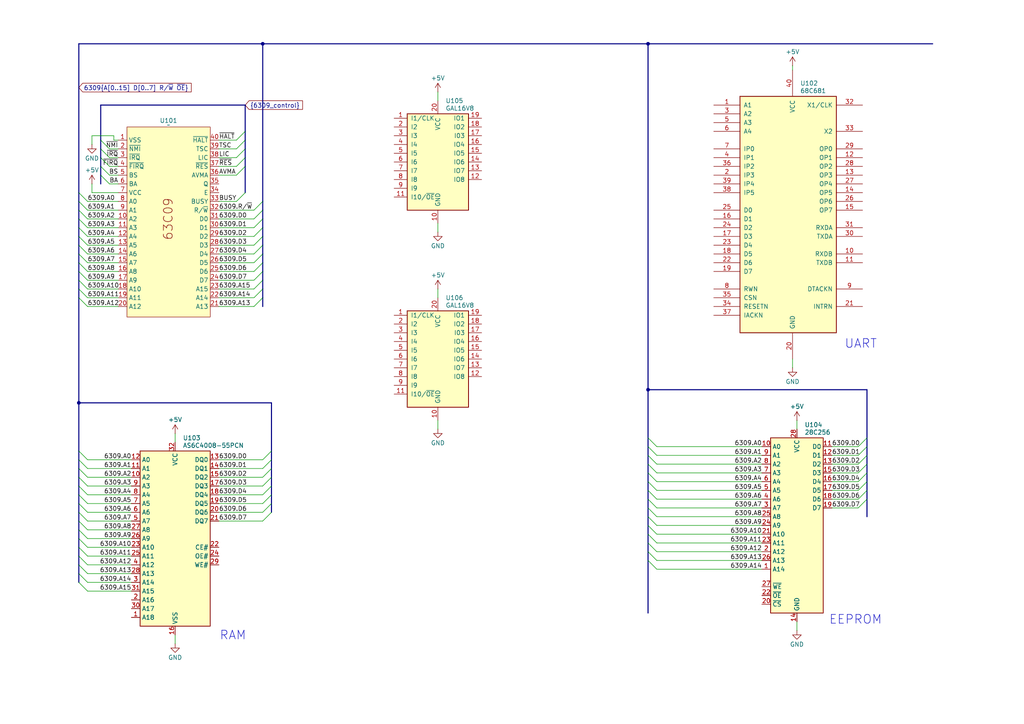
<source format=kicad_sch>
(kicad_sch (version 20231120) (generator "eeschema") (generator_version "8.0")
  (paper "A4")
  (title_block (title "frzn.63oh9") (date "2024-09-22") (rev "0.0.1") (comment 1 "A.M. Rowsell"))
  (lib_symbols
    (symbol "Interface_UART:68C681" (pin_names (offset 1.016))
      (property "Reference" "U" (at -1.27 2.54 0))
      (property "Value" "68C681" (at -1.27 -2.54 0))
      (symbol "68C681_0_1"
        (rectangle (start -15.24 -33.02) (end 12.7 35.56) (stroke (width 0.254)) (fill (type background)))
      )
      (symbol "68C681_1_1"
        (pin input line (at -22.86 33.02 0) (length 7.62) (name "A1") (number "1"))
        (pin input line (at 20.32 -10.16 180) (length 7.62) (name "RXDB") (number "10"))
        (pin output line (at 20.32 -12.7 180) (length 7.62) (name "TXDB") (number "11"))
        (pin output line (at 20.32 17.78 180) (length 7.62) (name "OP1") (number "12"))
        (pin output line (at 20.32 12.7 180) (length 7.62) (name "OP3") (number "13"))
        (pin output line (at 20.32 7.62 180) (length 7.62) (name "OP5") (number "14"))
        (pin output line (at 20.32 2.54 180) (length 7.62) (name "OP7") (number "15"))
        (pin input line (at -22.86 0 0) (length 7.62) (name "D1") (number "16"))
        (pin input line (at -22.86 -5.08 0) (length 7.62) (name "D3") (number "17"))
        (pin input line (at -22.86 -10.16 0) (length 7.62) (name "D5") (number "18"))
        (pin input line (at -22.86 -15.24 0) (length 7.62) (name "D7") (number "19"))
        (pin input line (at -22.86 12.7 0) (length 7.62) (name "IP3") (number "2"))
        (pin power_in line (at 0 -40.64 90) (length 7.62) (name "GND") (number "20"))
        (pin output line (at 20.32 -25.4 180) (length 7.62) (name "INTRN") (number "21"))
        (pin input line (at -22.86 -12.7 0) (length 7.62) (name "D6") (number "22"))
        (pin input line (at -22.86 -7.62 0) (length 7.62) (name "D4") (number "23"))
        (pin input line (at -22.86 -2.54 0) (length 7.62) (name "D2") (number "24"))
        (pin input line (at -22.86 2.54 0) (length 7.62) (name "D0") (number "25"))
        (pin output line (at 20.32 5.08 180) (length 7.62) (name "OP6") (number "26"))
        (pin output line (at 20.32 10.16 180) (length 7.62) (name "OP4") (number "27"))
        (pin output line (at 20.32 15.24 180) (length 7.62) (name "OP2") (number "28"))
        (pin output line (at 20.32 20.32 180) (length 7.62) (name "OP0") (number "29"))
        (pin input line (at -22.86 30.48 0) (length 7.62) (name "A2") (number "3"))
        (pin output line (at 20.32 -5.08 180) (length 7.62) (name "TXDA") (number "30"))
        (pin input line (at 20.32 -2.54 180) (length 7.62) (name "RXDA") (number "31"))
        (pin input line (at 20.32 33.02 180) (length 7.62) (name "X1/CLK") (number "32"))
        (pin output line (at 20.32 25.4 180) (length 7.62) (name "X2") (number "33"))
        (pin input line (at -22.86 -25.4 0) (length 7.62) (name "RESETN") (number "34"))
        (pin input line (at -22.86 -22.86 0) (length 7.62) (name "CSN") (number "35"))
        (pin input line (at -22.86 15.24 0) (length 7.62) (name "IP2") (number "36"))
        (pin input line (at -22.86 -27.94 0) (length 7.62) (name "IACKN") (number "37"))
        (pin input line (at -22.86 7.62 0) (length 7.62) (name "IP5") (number "38"))
        (pin input line (at -22.86 10.16 0) (length 7.62) (name "IP4") (number "39"))
        (pin input line (at -22.86 17.78 0) (length 7.62) (name "IP1") (number "4"))
        (pin power_in line (at 0 43.18 270) (length 7.62) (name "VCC") (number "40"))
        (pin input line (at -22.86 27.94 0) (length 7.62) (name "A3") (number "5"))
        (pin input line (at -22.86 25.4 0) (length 7.62) (name "A4") (number "6"))
        (pin input line (at -22.86 20.32 0) (length 7.62) (name "IP0") (number "7"))
        (pin input line (at -22.86 -20.32 0) (length 7.62) (name "RWN") (number "8"))
        (pin output line (at 20.32 -20.32 180) (length 7.62) (name "DTACKN") (number "9"))
      )
    )
    (symbol "Logic_Programmable:GAL16V8" (pin_names (offset 1.016))
      (property "Reference" "U" (at -8.89 16.51 0))
      (property "Value" "GAL16V8" (at 1.27 16.51 0))
      (symbol "GAL16V8_0_0"
        (pin power_in line (at 0 -17.78 90) (length 3.81) (name "GND") (number "10"))
        (pin power_in line (at 0 17.78 270) (length 3.81) (name "VCC") (number "20"))
      )
      (symbol "GAL16V8_0_1"
        (rectangle (start -8.89 13.97) (end 8.89 -13.97) (stroke (width 0.254)) (fill (type background)))
      )
      (symbol "GAL16V8_1_1"
        (pin input line (at -12.7 12.7 0) (length 3.81) (name "I1/CLK") (number "1"))
        (pin input line (at -12.7 -10.16 0) (length 3.81) (name "I10/~{OE}") (number "11"))
        (pin tri_state line (at 12.7 -5.08 180) (length 3.81) (name "IO8") (number "12"))
        (pin tri_state line (at 12.7 -2.54 180) (length 3.81) (name "IO7") (number "13"))
        (pin tri_state line (at 12.7 0 180) (length 3.81) (name "IO6") (number "14"))
        (pin tri_state line (at 12.7 2.54 180) (length 3.81) (name "IO5") (number "15"))
        (pin tri_state line (at 12.7 5.08 180) (length 3.81) (name "IO4") (number "16"))
        (pin tri_state line (at 12.7 7.62 180) (length 3.81) (name "I03") (number "17"))
        (pin tri_state line (at 12.7 10.16 180) (length 3.81) (name "IO2") (number "18"))
        (pin tri_state line (at 12.7 12.7 180) (length 3.81) (name "IO1") (number "19"))
        (pin input line (at -12.7 10.16 0) (length 3.81) (name "I2") (number "2"))
        (pin input line (at -12.7 7.62 0) (length 3.81) (name "I3") (number "3"))
        (pin input line (at -12.7 5.08 0) (length 3.81) (name "I4") (number "4"))
        (pin input line (at -12.7 2.54 0) (length 3.81) (name "I5") (number "5"))
        (pin input line (at -12.7 0 0) (length 3.81) (name "I6") (number "6"))
        (pin input line (at -12.7 -2.54 0) (length 3.81) (name "I7") (number "7"))
        (pin input line (at -12.7 -5.08 0) (length 3.81) (name "I8") (number "8"))
        (pin input line (at -12.7 -7.62 0) (length 3.81) (name "I9") (number "9"))
      )
    )
    (symbol "Memory_EEPROM:28C256"
      (property "Reference" "U" (at -7.62 26.67 0))
      (property "Value" "28C256" (at 2.54 -26.67 0))
      (symbol "28C256_1_1"
        (rectangle (start -7.62 25.4) (end 7.62 -25.4) (stroke (width 0.254)) (fill (type background)))
        (pin input line (at -10.16 -12.7 0) (length 2.54) (name "A14") (number "1"))
        (pin input line (at -10.16 22.86 0) (length 2.54) (name "A0") (number "10"))
        (pin tri_state line (at 10.16 22.86 180) (length 2.54) (name "D0") (number "11"))
        (pin tri_state line (at 10.16 20.32 180) (length 2.54) (name "D1") (number "12"))
        (pin tri_state line (at 10.16 17.78 180) (length 2.54) (name "D2") (number "13"))
        (pin power_in line (at 0 -27.94 90) (length 2.54) (name "GND") (number "14"))
        (pin tri_state line (at 10.16 15.24 180) (length 2.54) (name "D3") (number "15"))
        (pin tri_state line (at 10.16 12.7 180) (length 2.54) (name "D4") (number "16"))
        (pin tri_state line (at 10.16 10.16 180) (length 2.54) (name "D5") (number "17"))
        (pin tri_state line (at 10.16 7.62 180) (length 2.54) (name "D6") (number "18"))
        (pin tri_state line (at 10.16 5.08 180) (length 2.54) (name "D7") (number "19"))
        (pin input line (at -10.16 -7.62 0) (length 2.54) (name "A12") (number "2"))
        (pin input line (at -10.16 -22.86 0) (length 2.54) (name "~{CS}") (number "20"))
        (pin input line (at -10.16 -2.54 0) (length 2.54) (name "A10") (number "21"))
        (pin input line (at -10.16 -20.32 0) (length 2.54) (name "~{OE}") (number "22"))
        (pin input line (at -10.16 -5.08 0) (length 2.54) (name "A11") (number "23"))
        (pin input line (at -10.16 0 0) (length 2.54) (name "A9") (number "24"))
        (pin input line (at -10.16 2.54 0) (length 2.54) (name "A8") (number "25"))
        (pin input line (at -10.16 -10.16 0) (length 2.54) (name "A13") (number "26"))
        (pin input line (at -10.16 -17.78 0) (length 2.54) (name "~{WE}") (number "27"))
        (pin power_in line (at 0 27.94 270) (length 2.54) (name "VCC") (number "28"))
        (pin input line (at -10.16 5.08 0) (length 2.54) (name "A7") (number "3"))
        (pin input line (at -10.16 7.62 0) (length 2.54) (name "A6") (number "4"))
        (pin input line (at -10.16 10.16 0) (length 2.54) (name "A5") (number "5"))
        (pin input line (at -10.16 12.7 0) (length 2.54) (name "A4") (number "6"))
        (pin input line (at -10.16 15.24 0) (length 2.54) (name "A3") (number "7"))
        (pin input line (at -10.16 17.78 0) (length 2.54) (name "A2") (number "8"))
        (pin input line (at -10.16 20.32 0) (length 2.54) (name "A1") (number "9"))
      )
    )
    (symbol "Memory_RAM:AS6C4008-55PCN"
      (property "Reference" "U" (at -10.16 26.035 0))
      (property "Value" "AS6C4008-55PCN" (at 2.54 26.035 0))
      (symbol "AS6C4008-55PCN_0_0"
        (pin power_in line (at 0 -27.94 90) (length 2.54) (name "VSS") (number "16"))
        (pin power_in line (at 0 27.94 270) (length 2.54) (name "VCC") (number "32"))
      )
      (symbol "AS6C4008-55PCN_0_1"
        (rectangle (start -10.16 25.4) (end 10.16 -25.4) (stroke (width 0.254)) (fill (type background)))
      )
      (symbol "AS6C4008-55PCN_1_1"
        (pin input line (at -12.7 -22.86 0) (length 2.54) (name "A18") (number "1"))
        (pin input line (at -12.7 17.78 0) (length 2.54) (name "A2") (number "10"))
        (pin input line (at -12.7 20.32 0) (length 2.54) (name "A1") (number "11"))
        (pin input line (at -12.7 22.86 0) (length 2.54) (name "A0") (number "12"))
        (pin tri_state line (at 12.7 22.86 180) (length 2.54) (name "DQ0") (number "13"))
        (pin tri_state line (at 12.7 20.32 180) (length 2.54) (name "DQ1") (number "14"))
        (pin tri_state line (at 12.7 17.78 180) (length 2.54) (name "DQ2") (number "15"))
        (pin tri_state line (at 12.7 15.24 180) (length 2.54) (name "DQ3") (number "17"))
        (pin tri_state line (at 12.7 12.7 180) (length 2.54) (name "DQ4") (number "18"))
        (pin tri_state line (at 12.7 10.16 180) (length 2.54) (name "DQ5") (number "19"))
        (pin input line (at -12.7 -17.78 0) (length 2.54) (name "A16") (number "2"))
        (pin tri_state line (at 12.7 7.62 180) (length 2.54) (name "DQ6") (number "20"))
        (pin tri_state line (at 12.7 5.08 180) (length 2.54) (name "DQ7") (number "21"))
        (pin input line (at 12.7 -2.54 180) (length 2.54) (name "CE#") (number "22"))
        (pin input line (at -12.7 -2.54 0) (length 2.54) (name "A10") (number "23"))
        (pin input line (at 12.7 -5.08 180) (length 2.54) (name "OE#") (number "24"))
        (pin input line (at -12.7 -5.08 0) (length 2.54) (name "A11") (number "25"))
        (pin input line (at -12.7 0 0) (length 2.54) (name "A9") (number "26"))
        (pin input line (at -12.7 2.54 0) (length 2.54) (name "A8") (number "27"))
        (pin input line (at -12.7 -10.16 0) (length 2.54) (name "A13") (number "28"))
        (pin input line (at 12.7 -7.62 180) (length 2.54) (name "WE#") (number "29"))
        (pin input line (at -12.7 -12.7 0) (length 2.54) (name "A14") (number "3"))
        (pin input line (at -12.7 -20.32 0) (length 2.54) (name "A17") (number "30"))
        (pin input line (at -12.7 -15.24 0) (length 2.54) (name "A15") (number "31"))
        (pin input line (at -12.7 -7.62 0) (length 2.54) (name "A12") (number "4"))
        (pin input line (at -12.7 5.08 0) (length 2.54) (name "A7") (number "5"))
        (pin input line (at -12.7 7.62 0) (length 2.54) (name "A6") (number "6"))
        (pin input line (at -12.7 10.16 0) (length 2.54) (name "A5") (number "7"))
        (pin input line (at -12.7 12.7 0) (length 2.54) (name "A4") (number "8"))
        (pin input line (at -12.7 15.24 0) (length 2.54) (name "A3") (number "9"))
      )
    )
    (symbol "maxlib:63C09"
      (property "Reference" "U" (at -11.176 27.686 0))
      (symbol "63C09_0_0"
        (pin power_in line (at -14.478 22.86 0) (length 2.54) (name "VSS") (number "1"))
      )
      (symbol "63C09_1_1"
        (rectangle (start -11.938 26.67) (end 12.192 -28.448) (fill (type background)))
        (text "63C09" (at 0 0 900) (effects (font (size 2.54 2.54))))
        (pin output line (at -14.478 0 0) (length 2.54) (name "A2") (number "10"))
        (pin output line (at -14.478 -2.54 0) (length 2.54) (name "A3") (number "11"))
        (pin output line (at -14.478 -5.08 0) (length 2.54) (name "A4") (number "12"))
        (pin output line (at -14.478 -7.62 0) (length 2.54) (name "A5") (number "13"))
        (pin output line (at -14.478 -10.16 0) (length 2.54) (name "A6") (number "14"))
        (pin output line (at -14.478 -12.7 0) (length 2.54) (name "A7") (number "15"))
        (pin output line (at -14.478 -15.24 0) (length 2.54) (name "A8") (number "16"))
        (pin output line (at -14.478 -17.78 0) (length 2.54) (name "A9") (number "17"))
        (pin output line (at -14.478 -20.32 0) (length 2.54) (name "A10") (number "18"))
        (pin output line (at -14.478 -22.86 0) (length 2.54) (name "A11") (number "19"))
        (pin input line (at -14.478 20.32 0) (length 2.54) (name "~{NMI}") (number "2"))
        (pin output line (at -14.478 -25.4 0) (length 2.54) (name "A12") (number "20"))
        (pin output line (at 14.732 -25.4 180) (length 2.54) (name "A13") (number "21"))
        (pin output line (at 14.732 -22.86 180) (length 2.54) (name "A14") (number "22"))
        (pin output line (at 14.732 -20.32 180) (length 2.54) (name "A15") (number "23"))
        (pin bidirectional line (at 14.732 -17.78 180) (length 2.54) (name "D7") (number "24"))
        (pin bidirectional line (at 14.732 -15.24 180) (length 2.54) (name "D6") (number "25"))
        (pin bidirectional line (at 14.732 -12.7 180) (length 2.54) (name "D5") (number "26"))
        (pin bidirectional line (at 14.732 -10.16 180) (length 2.54) (name "D4") (number "27"))
        (pin bidirectional line (at 14.732 -7.62 180) (length 2.54) (name "D3") (number "28"))
        (pin bidirectional line (at 14.732 -5.08 180) (length 2.54) (name "D2") (number "29"))
        (pin input line (at -14.478 17.78 0) (length 2.54) (name "~{IRQ}") (number "3"))
        (pin bidirectional line (at 14.732 -2.54 180) (length 2.54) (name "D1") (number "30"))
        (pin bidirectional line (at 14.732 0 180) (length 2.54) (name "D0") (number "31"))
        (pin output line (at 14.732 2.54 180) (length 2.54) (name "R/~{W}") (number "32"))
        (pin output line (at 14.732 5.08 180) (length 2.54) (name "BUSY") (number "33"))
        (pin input line (at 14.732 7.62 180) (length 2.54) (name "E") (number "34"))
        (pin input line (at 14.732 10.16 180) (length 2.54) (name "Q") (number "35"))
        (pin input line (at 14.732 12.7 180) (length 2.54) (name "AVMA") (number "36"))
        (pin input line (at 14.732 15.24 180) (length 2.54) (name "~{RES}") (number "37"))
        (pin input line (at 14.732 17.78 180) (length 2.54) (name "LIC") (number "38"))
        (pin input line (at 14.732 20.32 180) (length 2.54) (name "TSC") (number "39"))
        (pin input line (at -14.478 15.24 0) (length 2.54) (name "~{FIRQ}") (number "4"))
        (pin input line (at 14.732 22.86 180) (length 2.54) (name "~{HALT}") (number "40"))
        (pin input line (at -14.478 12.7 0) (length 2.54) (name "BS") (number "5"))
        (pin input line (at -14.478 10.16 0) (length 2.54) (name "BA") (number "6"))
        (pin power_in line (at -14.478 7.62 0) (length 2.54) (name "VCC") (number "7"))
        (pin output line (at -14.478 5.08 0) (length 2.54) (name "A0") (number "8"))
        (pin output line (at -14.478 2.54 0) (length 2.54) (name "A1") (number "9"))
      )
    )
    (symbol "power:+5V" (power) (pin_numbers hide) (pin_names (offset 0) hide)
      (property "Value" "+5V" (at 0 3.556 0))
      (symbol "+5V_0_1"
        (polyline (pts (xy -0.762 1.27) (xy 0 2.54)))
        (polyline (pts (xy 0 0) (xy 0 2.54)))
        (polyline (pts (xy 0 2.54) (xy 0.762 1.27)))
      )
      (symbol "+5V_1_1"
        (pin power_in line (at 0 0 90) (length 0) (name "~") (number "1"))
      )
    )
    (symbol "power:GND" (power) (pin_numbers hide) (pin_names (offset 0) hide)
      (property "Value" "GND" (at 0 -3.81 0))
      (symbol "GND_0_1"
        (polyline (pts (xy 0 0) (xy 0 -1.27) (xy 1.27 -1.27) (xy 0 -2.54) (xy -1.27 -1.27) (xy 0 -1.27)))
      )
      (symbol "GND_1_1"
        (pin power_in line (at 0 0 270) (length 0) (name "~") (number "1"))
      )
    )
  )
  (bus_alias "6309" (members "A[0..15]" "D[0..7]"))
  (bus_alias "6309_control" (members "BS" "BA" "~{FIRQ}" "~{IRQ}" "~{NMI}" "~{HALT}" "TSC" "LIC" "~{RES}" "AVMA" "BUSY"))
  (junction (at 187.96 12.7))
  (junction (at 22.86 116.84))
  (junction (at 187.96 113.03))
  (junction (at 76.2 12.7))
  (bus_entry (at 29.21 50.8) (size 2.54 2.54))
  (bus_entry (at 187.96 162.56) (size 2.54 2.54))
  (bus_entry (at 22.86 146.05) (size 2.54 2.54))
  (bus_entry (at 187.96 137.16) (size 2.54 2.54))
  (bus_entry (at 78.74 146.05) (size -2.54 2.54))
  (bus_entry (at 22.86 166.37) (size 2.54 2.54))
  (bus_entry (at 22.86 163.83) (size 2.54 2.54))
  (bus_entry (at 78.74 148.59) (size -2.54 2.54))
  (bus_entry (at 22.86 158.75) (size 2.54 2.54))
  (bus_entry (at 76.2 60.96) (size -2.54 2.54))
  (bus_entry (at 76.2 58.42) (size -2.54 2.54))
  (bus_entry (at 22.86 78.74) (size 2.54 2.54))
  (bus_entry (at 29.21 40.64) (size 2.54 2.54))
  (bus_entry (at 22.86 143.51) (size 2.54 2.54))
  (bus_entry (at 76.2 81.28) (size -2.54 2.54))
  (bus_entry (at 22.86 71.12) (size 2.54 2.54))
  (bus_entry (at 22.86 130.81) (size 2.54 2.54))
  (bus_entry (at 78.74 143.51) (size -2.54 2.54))
  (bus_entry (at 187.96 139.7) (size 2.54 2.54))
  (bus_entry (at 29.21 48.26) (size 2.54 2.54))
  (bus_entry (at 78.74 140.97) (size -2.54 2.54))
  (bus_entry (at 22.86 86.36) (size 2.54 2.54))
  (bus_entry (at 76.2 63.5) (size -2.54 2.54))
  (bus_entry (at 78.74 133.35) (size -2.54 2.54))
  (bus_entry (at 22.86 168.91) (size 2.54 2.54))
  (bus_entry (at 251.46 137.16) (size -2.54 2.54))
  (bus_entry (at 251.46 132.08) (size -2.54 2.54))
  (bus_entry (at 78.74 138.43) (size -2.54 2.54))
  (bus_entry (at 78.74 135.89) (size -2.54 2.54))
  (bus_entry (at 76.2 71.12) (size -2.54 2.54))
  (bus_entry (at 251.46 134.62) (size -2.54 2.54))
  (bus_entry (at 187.96 144.78) (size 2.54 2.54))
  (bus_entry (at 187.96 127) (size 2.54 2.54))
  (bus_entry (at 187.96 157.48) (size 2.54 2.54))
  (bus_entry (at 22.86 73.66) (size 2.54 2.54))
  (bus_entry (at 29.21 45.72) (size 2.54 2.54))
  (bus_entry (at 22.86 156.21) (size 2.54 2.54))
  (bus_entry (at 187.96 152.4) (size 2.54 2.54))
  (bus_entry (at 71.12 43.18) (size -2.54 2.54))
  (bus_entry (at 187.96 134.62) (size 2.54 2.54))
  (bus_entry (at 187.96 129.54) (size 2.54 2.54))
  (bus_entry (at 22.86 133.35) (size 2.54 2.54))
  (bus_entry (at 71.12 45.72) (size -2.54 2.54))
  (bus_entry (at 29.21 43.18) (size 2.54 2.54))
  (bus_entry (at 22.86 68.58) (size 2.54 2.54))
  (bus_entry (at 187.96 147.32) (size 2.54 2.54))
  (bus_entry (at 187.96 160.02) (size 2.54 2.54))
  (bus_entry (at 251.46 127) (size -2.54 2.54))
  (bus_entry (at 251.46 142.24) (size -2.54 2.54))
  (bus_entry (at 22.86 140.97) (size 2.54 2.54))
  (bus_entry (at 251.46 129.54) (size -2.54 2.54))
  (bus_entry (at 22.86 63.5) (size 2.54 2.54))
  (bus_entry (at 22.86 135.89) (size 2.54 2.54))
  (bus_entry (at 78.74 130.81) (size -2.54 2.54))
  (bus_entry (at 22.86 81.28) (size 2.54 2.54))
  (bus_entry (at 76.2 86.36) (size -2.54 2.54))
  (bus_entry (at 251.46 144.78) (size -2.54 2.54))
  (bus_entry (at 76.2 78.74) (size -2.54 2.54))
  (bus_entry (at 187.96 132.08) (size 2.54 2.54))
  (bus_entry (at 71.12 48.26) (size -2.54 2.54))
  (bus_entry (at 76.2 83.82) (size -2.54 2.54))
  (bus_entry (at 22.86 58.42) (size 2.54 2.54))
  (bus_entry (at 22.86 153.67) (size 2.54 2.54))
  (bus_entry (at 76.2 68.58) (size -2.54 2.54))
  (bus_entry (at 22.86 151.13) (size 2.54 2.54))
  (bus_entry (at 71.12 55.88) (size -2.54 2.54))
  (bus_entry (at 251.46 139.7) (size -2.54 2.54))
  (bus_entry (at 187.96 154.94) (size 2.54 2.54))
  (bus_entry (at 22.86 138.43) (size 2.54 2.54))
  (bus_entry (at 76.2 73.66) (size -2.54 2.54))
  (bus_entry (at 22.86 60.96) (size 2.54 2.54))
  (bus_entry (at 71.12 38.1) (size -2.54 2.54))
  (bus_entry (at 22.86 148.59) (size 2.54 2.54))
  (bus_entry (at 76.2 76.2) (size -2.54 2.54))
  (bus_entry (at 187.96 149.86) (size 2.54 2.54))
  (bus_entry (at 71.12 40.64) (size -2.54 2.54))
  (bus_entry (at 187.96 142.24) (size 2.54 2.54))
  (bus_entry (at 22.86 76.2) (size 2.54 2.54))
  (bus_entry (at 22.86 66.04) (size 2.54 2.54))
  (bus_entry (at 22.86 83.82) (size 2.54 2.54))
  (bus_entry (at 76.2 66.04) (size -2.54 2.54))
  (bus_entry (at 22.86 55.88) (size 2.54 2.54))
  (bus_entry (at 22.86 161.29) (size 2.54 2.54))
  (bus (pts (xy 187.96 12.7) (xy 270.51 12.7)))
  (bus (pts (xy 22.86 158.75) (xy 22.86 161.29)))
  (bus (pts (xy 22.86 135.89) (xy 22.86 138.43)))
  (wire (pts (xy 25.4 78.74) (xy 34.29 78.74)))
  (bus (pts (xy 251.46 134.62) (xy 251.46 137.16)))
  (wire (pts (xy 25.4 138.43) (xy 38.1 138.43)))
  (wire (pts (xy 25.4 73.66) (xy 34.29 73.66)))
  (bus (pts (xy 187.96 129.54) (xy 187.96 132.08)))
  (bus (pts (xy 76.2 78.74) (xy 76.2 81.28)))
  (bus (pts (xy 29.21 45.72) (xy 29.21 43.18)))
  (wire (pts (xy 50.8 184.15) (xy 50.8 186.69)))
  (wire (pts (xy 241.3 132.08) (xy 248.92 132.08)))
  (bus (pts (xy 76.2 12.7) (xy 76.2 58.42)))
  (wire (pts (xy 63.5 76.2) (xy 73.66 76.2)))
  (bus (pts (xy 251.46 142.24) (xy 251.46 144.78)))
  (wire (pts (xy 25.4 58.42) (xy 34.29 58.42)))
  (bus (pts (xy 76.2 63.5) (xy 76.2 66.04)))
  (bus (pts (xy 76.2 58.42) (xy 76.2 60.96)))
  (wire (pts (xy 26.67 53.34) (xy 26.67 55.88)))
  (bus (pts (xy 251.46 132.08) (xy 251.46 134.62)))
  (bus (pts (xy 187.96 134.62) (xy 187.96 137.16)))
  (bus (pts (xy 187.96 137.16) (xy 187.96 139.7)))
  (bus (pts (xy 22.86 166.37) (xy 22.86 168.91)))
  (wire (pts (xy 50.8 125.73) (xy 50.8 128.27)))
  (wire (pts (xy 63.5 146.05) (xy 76.2 146.05)))
  (bus (pts (xy 22.86 81.28) (xy 22.86 78.74)))
  (bus (pts (xy 251.46 127) (xy 251.46 129.54)))
  (wire (pts (xy 63.5 50.8) (xy 68.58 50.8)))
  (wire (pts (xy 25.4 135.89) (xy 38.1 135.89)))
  (bus (pts (xy 187.96 127) (xy 187.96 129.54)))
  (wire (pts (xy 25.4 60.96) (xy 34.29 60.96)))
  (bus (pts (xy 187.96 12.7) (xy 187.96 113.03)))
  (wire (pts (xy 241.3 129.54) (xy 248.92 129.54)))
  (bus (pts (xy 22.86 130.81) (xy 22.86 133.35)))
  (bus (pts (xy 22.86 71.12) (xy 22.86 68.58)))
  (wire (pts (xy 25.4 168.91) (xy 38.1 168.91)))
  (wire (pts (xy 229.87 104.14) (xy 229.87 106.68)))
  (bus (pts (xy 187.96 113.03) (xy 251.46 113.03)))
  (wire (pts (xy 63.5 66.04) (xy 73.66 66.04)))
  (bus (pts (xy 187.96 113.03) (xy 187.96 127)))
  (bus (pts (xy 78.74 135.89) (xy 78.74 138.43)))
  (bus (pts (xy 22.86 116.84) (xy 22.86 130.81)))
  (wire (pts (xy 25.4 143.51) (xy 38.1 143.51)))
  (wire (pts (xy 241.3 137.16) (xy 248.92 137.16)))
  (wire (pts (xy 190.5 165.1) (xy 220.98 165.1)))
  (bus (pts (xy 22.86 153.67) (xy 22.86 156.21)))
  (wire (pts (xy 25.4 151.13) (xy 38.1 151.13)))
  (bus (pts (xy 22.86 86.36) (xy 22.86 83.82)))
  (wire (pts (xy 63.5 86.36) (xy 73.66 86.36)))
  (wire (pts (xy 25.4 71.12) (xy 34.29 71.12)))
  (wire (pts (xy 63.5 133.35) (xy 76.2 133.35)))
  (bus (pts (xy 22.86 76.2) (xy 22.86 73.66)))
  (wire (pts (xy 25.4 86.36) (xy 34.29 86.36)))
  (wire (pts (xy 25.4 66.04) (xy 34.29 66.04)))
  (bus (pts (xy 22.86 133.35) (xy 22.86 135.89)))
  (wire (pts (xy 127 26.67) (xy 127 29.21)))
  (wire (pts (xy 190.5 137.16) (xy 220.98 137.16)))
  (bus (pts (xy 29.21 53.34) (xy 29.21 50.8)))
  (wire (pts (xy 63.5 68.58) (xy 73.66 68.58)))
  (bus (pts (xy 187.96 139.7) (xy 187.96 142.24)))
  (wire (pts (xy 241.3 142.24) (xy 248.92 142.24)))
  (bus (pts (xy 78.74 133.35) (xy 78.74 135.89)))
  (wire (pts (xy 25.4 148.59) (xy 38.1 148.59)))
  (wire (pts (xy 63.5 45.72) (xy 68.58 45.72)))
  (bus (pts (xy 22.86 156.21) (xy 22.86 158.75)))
  (bus (pts (xy 187.96 157.48) (xy 187.96 160.02)))
  (bus (pts (xy 22.86 63.5) (xy 22.86 60.96)))
  (wire (pts (xy 63.5 71.12) (xy 73.66 71.12)))
  (wire (pts (xy 63.5 40.64) (xy 68.58 40.64)))
  (wire (pts (xy 26.67 55.88) (xy 34.29 55.88)))
  (wire (pts (xy 63.5 81.28) (xy 73.66 81.28)))
  (bus (pts (xy 187.96 132.08) (xy 187.96 134.62)))
  (wire (pts (xy 25.4 163.83) (xy 38.1 163.83)))
  (wire (pts (xy 231.14 121.92) (xy 231.14 124.46)))
  (bus (pts (xy 22.86 138.43) (xy 22.86 140.97)))
  (wire (pts (xy 31.75 45.72) (xy 34.29 45.72)))
  (bus (pts (xy 22.86 83.82) (xy 22.86 81.28)))
  (wire (pts (xy 63.5 140.97) (xy 76.2 140.97)))
  (wire (pts (xy 31.75 50.8) (xy 34.29 50.8)))
  (wire (pts (xy 190.5 162.56) (xy 220.98 162.56)))
  (bus (pts (xy 187.96 154.94) (xy 187.96 157.48)))
  (wire (pts (xy 63.5 88.9) (xy 73.66 88.9)))
  (bus (pts (xy 251.46 129.54) (xy 251.46 132.08)))
  (bus (pts (xy 71.12 43.18) (xy 71.12 45.72)))
  (wire (pts (xy 63.5 58.42) (xy 68.58 58.42)))
  (bus (pts (xy 187.96 142.24) (xy 187.96 144.78)))
  (wire (pts (xy 31.75 53.34) (xy 34.29 53.34)))
  (bus (pts (xy 76.2 81.28) (xy 76.2 83.82)))
  (bus (pts (xy 76.2 83.82) (xy 76.2 86.36)))
  (wire (pts (xy 63.5 78.74) (xy 73.66 78.74)))
  (wire (pts (xy 25.4 146.05) (xy 38.1 146.05)))
  (wire (pts (xy 63.5 83.82) (xy 73.66 83.82)))
  (bus (pts (xy 78.74 143.51) (xy 78.74 146.05)))
  (bus (pts (xy 22.86 146.05) (xy 22.86 148.59)))
  (wire (pts (xy 190.5 132.08) (xy 220.98 132.08)))
  (bus (pts (xy 22.86 143.51) (xy 22.86 146.05)))
  (bus (pts (xy 71.12 45.72) (xy 71.12 48.26)))
  (wire (pts (xy 127 64.77) (xy 127 67.31)))
  (bus (pts (xy 29.21 48.26) (xy 29.21 45.72)))
  (wire (pts (xy 25.4 140.97) (xy 38.1 140.97)))
  (bus (pts (xy 76.2 12.7) (xy 187.96 12.7)))
  (wire (pts (xy 33.02 40.64) (xy 33.02 39.37)))
  (bus (pts (xy 76.2 73.66) (xy 76.2 76.2)))
  (bus (pts (xy 76.2 86.36) (xy 76.2 88.9)))
  (bus (pts (xy 76.2 71.12) (xy 76.2 73.66)))
  (wire (pts (xy 63.5 138.43) (xy 76.2 138.43)))
  (bus (pts (xy 78.74 146.05) (xy 78.74 148.59)))
  (bus (pts (xy 22.86 73.66) (xy 22.86 71.12)))
  (wire (pts (xy 63.5 73.66) (xy 73.66 73.66)))
  (bus (pts (xy 76.2 66.04) (xy 76.2 68.58)))
  (wire (pts (xy 190.5 152.4) (xy 220.98 152.4)))
  (wire (pts (xy 25.4 166.37) (xy 38.1 166.37)))
  (bus (pts (xy 22.86 161.29) (xy 22.86 163.83)))
  (bus (pts (xy 251.46 144.78) (xy 251.46 149.86)))
  (bus (pts (xy 78.74 116.84) (xy 78.74 130.81)))
  (bus (pts (xy 251.46 113.03) (xy 251.46 127)))
  (wire (pts (xy 34.29 40.64) (xy 33.02 40.64)))
  (bus (pts (xy 29.21 30.48) (xy 71.12 30.48)))
  (wire (pts (xy 63.5 143.51) (xy 76.2 143.51)))
  (bus (pts (xy 71.12 40.64) (xy 71.12 43.18)))
  (bus (pts (xy 22.86 116.84) (xy 78.74 116.84)))
  (wire (pts (xy 127 83.82) (xy 127 86.36)))
  (wire (pts (xy 33.02 39.37) (xy 26.67 39.37)))
  (bus (pts (xy 71.12 38.1) (xy 71.12 40.64)))
  (wire (pts (xy 127 121.92) (xy 127 124.46)))
  (wire (pts (xy 26.67 39.37) (xy 26.67 41.91)))
  (bus (pts (xy 78.74 138.43) (xy 78.74 140.97)))
  (bus (pts (xy 22.86 66.04) (xy 22.86 63.5)))
  (wire (pts (xy 241.3 139.7) (xy 248.92 139.7)))
  (wire (pts (xy 25.4 171.45) (xy 38.1 171.45)))
  (wire (pts (xy 25.4 158.75) (xy 38.1 158.75)))
  (bus (pts (xy 22.86 151.13) (xy 22.86 153.67)))
  (wire (pts (xy 190.5 134.62) (xy 220.98 134.62)))
  (bus (pts (xy 76.2 68.58) (xy 76.2 71.12)))
  (wire (pts (xy 63.5 60.96) (xy 73.66 60.96)))
  (bus (pts (xy 71.12 48.26) (xy 71.12 55.88)))
  (wire (pts (xy 25.4 63.5) (xy 34.29 63.5)))
  (bus (pts (xy 251.46 137.16) (xy 251.46 139.7)))
  (bus (pts (xy 187.96 152.4) (xy 187.96 154.94)))
  (bus (pts (xy 22.86 78.74) (xy 22.86 76.2)))
  (bus (pts (xy 76.2 60.96) (xy 76.2 63.5)))
  (wire (pts (xy 25.4 81.28) (xy 34.29 81.28)))
  (bus (pts (xy 71.12 30.48) (xy 71.12 38.1)))
  (bus (pts (xy 22.86 163.83) (xy 22.86 166.37)))
  (wire (pts (xy 25.4 76.2) (xy 34.29 76.2)))
  (bus (pts (xy 22.86 12.7) (xy 22.86 55.88)))
  (wire (pts (xy 190.5 154.94) (xy 220.98 154.94)))
  (wire (pts (xy 229.87 19.05) (xy 229.87 20.32)))
  (wire (pts (xy 25.4 153.67) (xy 38.1 153.67)))
  (wire (pts (xy 190.5 142.24) (xy 220.98 142.24)))
  (wire (pts (xy 63.5 48.26) (xy 68.58 48.26)))
  (wire (pts (xy 241.3 144.78) (xy 248.92 144.78)))
  (bus (pts (xy 251.46 139.7) (xy 251.46 142.24)))
  (bus (pts (xy 29.21 50.8) (xy 29.21 48.26)))
  (bus (pts (xy 22.86 68.58) (xy 22.86 66.04)))
  (wire (pts (xy 25.4 161.29) (xy 38.1 161.29)))
  (wire (pts (xy 31.75 48.26) (xy 34.29 48.26)))
  (bus (pts (xy 187.96 147.32) (xy 187.96 149.86)))
  (bus (pts (xy 22.86 60.96) (xy 22.86 58.42)))
  (bus (pts (xy 29.21 43.18) (xy 29.21 40.64)))
  (wire (pts (xy 190.5 129.54) (xy 220.98 129.54)))
  (wire (pts (xy 31.75 43.18) (xy 34.29 43.18)))
  (bus (pts (xy 22.86 148.59) (xy 22.86 151.13)))
  (bus (pts (xy 187.96 160.02) (xy 187.96 162.56)))
  (bus (pts (xy 76.2 76.2) (xy 76.2 78.74)))
  (wire (pts (xy 63.5 43.18) (xy 68.58 43.18)))
  (wire (pts (xy 231.14 180.34) (xy 231.14 182.88)))
  (wire (pts (xy 63.5 151.13) (xy 76.2 151.13)))
  (bus (pts (xy 78.74 130.81) (xy 78.74 133.35)))
  (wire (pts (xy 63.5 148.59) (xy 76.2 148.59)))
  (bus (pts (xy 187.96 144.78) (xy 187.96 147.32)))
  (wire (pts (xy 241.3 147.32) (xy 248.92 147.32)))
  (wire (pts (xy 190.5 144.78) (xy 220.98 144.78)))
  (bus (pts (xy 22.86 55.88) (xy 22.86 58.42)))
  (bus (pts (xy 22.86 140.97) (xy 22.86 143.51)))
  (bus (pts (xy 22.86 86.36) (xy 22.86 116.84)))
  (wire (pts (xy 190.5 139.7) (xy 220.98 139.7)))
  (wire (pts (xy 190.5 160.02) (xy 220.98 160.02)))
  (wire (pts (xy 25.4 156.21) (xy 38.1 156.21)))
  (bus (pts (xy 22.86 12.7) (xy 76.2 12.7)))
  (bus (pts (xy 29.21 40.64) (xy 29.21 30.48)))
  (wire (pts (xy 25.4 88.9) (xy 34.29 88.9)))
  (wire (pts (xy 25.4 68.58) (xy 34.29 68.58)))
  (wire (pts (xy 241.3 134.62) (xy 248.92 134.62)))
  (wire (pts (xy 190.5 147.32) (xy 220.98 147.32)))
  (bus (pts (xy 187.96 149.86) (xy 187.96 152.4)))
  (wire (pts (xy 190.5 157.48) (xy 220.98 157.48)))
  (wire (pts (xy 190.5 149.86) (xy 220.98 149.86)))
  (bus (pts (xy 187.96 162.56) (xy 187.96 177.8)))
  (wire (pts (xy 25.4 83.82) (xy 34.29 83.82)))
  (bus (pts (xy 78.74 140.97) (xy 78.74 143.51)))
  (wire (pts (xy 25.4 133.35) (xy 38.1 133.35)))
  (wire (pts (xy 63.5 135.89) (xy 76.2 135.89)))
  (wire (pts (xy 63.5 63.5) (xy 73.66 63.5)))
  (text "EEPROM" (at 248.158 179.832 0) (effects (font (size 2.54 2.54))))
  (text "UART" (at 249.682 99.822 0) (effects (font (size 2.54 2.54))))
  (text "RAM" (at 67.564 184.404 0) (effects (font (size 2.54 2.54))))
  (label "BS" (at 34.29 50.8 180))
  (label "6309.A10" (at 25.4 83.82 0))
  (label "6309.D0" (at 63.5 133.35 0))
  (label "6309.D2" (at 241.3 134.62 0))
  (label "~{NMI}" (at 34.29 43.18 180))
  (label "6309.D6" (at 63.5 78.74 0))
  (label "6309.D0" (at 241.3 129.54 0))
  (label "6309.A10" (at 220.98 154.94 180))
  (label "6309.A13" (at 220.98 162.56 180))
  (label "6309.A8" (at 38.1 153.67 180))
  (label "6309.A13" (at 38.1 166.37 180))
  (label "6309.A15" (at 38.1 171.45 180))
  (label "6309.D5" (at 241.3 142.24 0))
  (label "6309.A6" (at 38.1 148.59 180))
  (label "6309.A9" (at 220.98 152.4 180))
  (label "6309.A7" (at 25.4 76.2 0))
  (label "6309.R{slash}~{W}" (at 63.5 60.96 0))
  (label "6309.A12" (at 220.98 160.02 180))
  (label "6309.D2" (at 63.5 138.43 0))
  (label "6309.A7" (at 220.98 147.32 180))
  (label "6309.A6" (at 25.4 73.66 0))
  (label "6309.A0" (at 25.4 58.42 0))
  (label "6309.D3" (at 63.5 140.97 0))
  (label "~{FIRQ}" (at 34.29 48.26 180))
  (label "6309.A11" (at 38.1 161.29 180))
  (label "6309.D4" (at 63.5 73.66 0))
  (label "BUSY" (at 63.5 58.42 0))
  (label "6309.D1" (at 63.5 135.89 0))
  (label "6309.D6" (at 241.3 144.78 0))
  (label "6309.D1" (at 63.5 66.04 0))
  (label "6309.A9" (at 38.1 156.21 180))
  (label "6309.A5" (at 25.4 71.12 0))
  (label "6309.A3" (at 25.4 66.04 0))
  (label "6309.A13" (at 63.5 88.9 0))
  (label "6309.D7" (at 63.5 151.13 0))
  (label "~{HALT}" (at 63.5 40.64 0))
  (label "6309.A1" (at 25.4 60.96 0))
  (label "6309.A5" (at 220.98 142.24 180))
  (label "6309.A14" (at 220.98 165.1 180))
  (label "6309.A12" (at 25.4 88.9 0))
  (label "6309.D0" (at 63.5 63.5 0))
  (label "6309.D5" (at 63.5 76.2 0))
  (label "6309.A0" (at 38.1 133.35 180))
  (label "6309.A8" (at 220.98 149.86 180))
  (label "6309.D6" (at 63.5 148.59 0))
  (label "6309.A7" (at 38.1 151.13 180))
  (label "6309.D3" (at 241.3 137.16 0))
  (label "TSC" (at 63.5 43.18 0))
  (label "6309.A2" (at 38.1 138.43 180))
  (label "6309.A11" (at 220.98 157.48 180))
  (label "6309.D7" (at 63.5 81.28 0))
  (label "6309.A5" (at 38.1 146.05 180))
  (label "6309.A2" (at 25.4 63.5 0))
  (label "6309.A4" (at 220.98 139.7 180))
  (label "6309.A3" (at 220.98 137.16 180))
  (label "6309.D2" (at 63.5 68.58 0))
  (label "6309.D7" (at 241.3 147.32 0))
  (label "6309.A1" (at 38.1 135.89 180))
  (label "LIC" (at 63.5 45.72 0))
  (label "6309.A12" (at 38.1 163.83 180))
  (label "~{RES}" (at 63.5 48.26 0))
  (label "AVMA" (at 63.5 50.8 0))
  (label "6309.A15" (at 63.5 83.82 0))
  (label "6309.A10" (at 38.1 158.75 180))
  (label "6309.A6" (at 220.98 144.78 180))
  (label "BA" (at 34.29 53.34 180))
  (label "6309.D4" (at 241.3 139.7 0))
  (label "6309.A8" (at 25.4 78.74 0))
  (label "6309.A1" (at 220.98 132.08 180))
  (label "6309.A0" (at 220.98 129.54 180))
  (label "6309.A3" (at 38.1 140.97 180))
  (label "6309.A11" (at 25.4 86.36 0))
  (label "~{IRQ}" (at 34.29 45.72 180))
  (label "6309.A9" (at 25.4 81.28 0))
  (label "6309.A14" (at 38.1 168.91 180))
  (label "6309.A14" (at 63.5 86.36 0))
  (label "6309.D5" (at 63.5 146.05 0))
  (label "6309.A4" (at 38.1 143.51 180))
  (label "6309.D4" (at 63.5 143.51 0))
  (label "6309.A2" (at 220.98 134.62 180))
  (label "6309.D3" (at 63.5 71.12 0))
  (label "6309.D1" (at 241.3 132.08 0))
  (label "6309.A4" (at 25.4 68.58 0))
  (global_label "{6309_control}" (shape input) (at 71.12 30.48 0) (property "Intersheetrefs" "${INTERSHEET_REFS}" (effects (hide yes))))
  (global_label "6309{A[0..15] D[0..7] R{slash}~{W} ~{OE}}" (shape input) (at 22.86 25.4 0) (property "Intersheetrefs" "${INTERSHEET_REFS}" (effects (hide yes))))
  (symbol (lib_id "Logic_Programmable:GAL16V8") (at 127 46.99 0) (unit 1)
    (property "Reference" "U105" (at 129.2241 29.2307 0) (effects (justify left)))
    (property "Value" "GAL16V8" (at 129.2241 31.4182 0) (effects (justify left)))
    (property "Footprint" "Package_DIP:DIP-20_W7.62mm_Socket" (effects (hide yes)))
    (property "Description" "Programmable Logic Array, DIP-20/SOIC-20/PLCC-20" (effects (hide yes)))
  )
  (symbol (lib_id "power:+5V") (at 127 26.67 0) (unit 1)
    (property "Reference" "#PWR0103" (effects (hide yes)))
    (property "Value" "+5V" (at 127 22.6553 0))
    (property "Description" "Power symbol creates a global label with name \"+5V\"" (effects (hide yes)))
  )
  (symbol (lib_id "Logic_Programmable:GAL16V8") (at 127 104.14 0) (unit 1)
    (property "Reference" "U106" (at 129.2241 86.3807 0) (effects (justify left)))
    (property "Value" "GAL16V8" (at 129.2241 88.5682 0) (effects (justify left)))
    (property "Footprint" "Package_DIP:DIP-20_W7.62mm_Socket" (effects (hide yes)))
    (property "Description" "Programmable Logic Array, DIP-20/SOIC-20/PLCC-20" (effects (hide yes)))
  )
  (symbol (lib_id "power:GND") (at 50.8 186.69 0) (unit 1)
    (property "Reference" "#PWR0109" (effects (hide yes)))
    (property "Value" "GND" (at 50.8 190.7047 0))
    (property "Description" "Power symbol creates a global label with name \"GND\" , ground" (effects (hide yes)))
  )
  (symbol (lib_id "power:GND") (at 127 124.46 0) (unit 1)
    (property "Reference" "#PWR0108" (effects (hide yes)))
    (property "Value" "GND" (at 127 128.4747 0))
    (property "Description" "Power symbol creates a global label with name \"GND\" , ground" (effects (hide yes)))
  )
  (symbol (lib_id "power:GND") (at 26.67 41.91 0) (unit 1)
    (property "Reference" "#PWR0106" (effects (hide yes)))
    (property "Value" "GND" (at 26.67 45.9247 0))
    (property "Description" "Power symbol creates a global label with name \"GND\" , ground" (effects (hide yes)))
  )
  (symbol (lib_id "Memory_EEPROM:28C256") (at 231.14 152.4 0) (unit 1)
    (property "Reference" "U104" (at 233.3641 123.2107 0) (effects (justify left)))
    (property "Value" "28C256" (at 233.3641 125.3982 0) (effects (justify left)))
    (property "Footprint" "Package_DIP:DIP-28_W15.24mm_Socket" (effects (hide yes)))
    (property "Datasheet" "http://ww1.microchip.com/downloads/en/DeviceDoc/doc0006.pdf" (effects (hide yes)))
    (property "Description" "Paged Parallel EEPROM 256Kb (32K x 8), DIP-28/SOIC-28" (effects (hide yes)))
  )
  (symbol (lib_id "power:+5V") (at 229.87 19.05 0) (unit 1)
    (property "Reference" "#PWR0102" (effects (hide yes)))
    (property "Value" "+5V" (at 229.87 15.0353 0))
    (property "Description" "Power symbol creates a global label with name \"+5V\"" (effects (hide yes)))
  )
  (symbol (lib_id "power:GND") (at 127 67.31 0) (unit 1)
    (property "Reference" "#PWR0107" (effects (hide yes)))
    (property "Value" "GND" (at 127 71.3247 0))
    (property "Description" "Power symbol creates a global label with name \"GND\" , ground" (effects (hide yes)))
  )
  (symbol (lib_id "power:GND") (at 229.87 106.68 0) (unit 1)
    (property "Reference" "#PWR0111" (effects (hide yes)))
    (property "Value" "GND" (at 229.87 110.6947 0))
    (property "Description" "Power symbol creates a global label with name \"GND\" , ground" (effects (hide yes)))
  )
  (symbol (lib_id "power:+5V") (at 50.8 125.73 0) (unit 1)
    (property "Reference" "#PWR0105" (effects (hide yes)))
    (property "Value" "+5V" (at 50.8 121.7153 0))
    (property "Description" "Power symbol creates a global label with name \"+5V\"" (effects (hide yes)))
  )
  (symbol (lib_id "power:+5V") (at 231.14 121.92 0) (unit 1)
    (property "Reference" "#PWR0101" (effects (hide yes)))
    (property "Value" "+5V" (at 231.14 117.9053 0))
    (property "Description" "Power symbol creates a global label with name \"+5V\"" (effects (hide yes)))
  )
  (symbol (lib_id "power:+5V") (at 127 83.82 0) (unit 1)
    (property "Reference" "#PWR0112" (effects (hide yes)))
    (property "Value" "+5V" (at 127 79.8053 0))
    (property "Description" "Power symbol creates a global label with name \"+5V\"" (effects (hide yes)))
  )
  (symbol (lib_id "power:GND") (at 231.14 182.88 0) (unit 1)
    (property "Reference" "#PWR0110" (effects (hide yes)))
    (property "Value" "GND" (at 231.14 186.8947 0))
    (property "Description" "Power symbol creates a global label with name \"GND\" , ground" (effects (hide yes)))
  )
  (symbol (lib_id "Interface_UART:68C681") (at 229.87 63.5 0) (unit 1)
    (property "Reference" "U102" (at 232.0941 24.1507 0) (effects (justify left)))
    (property "Value" "68C681" (at 232.0941 26.3382 0) (effects (justify left)))
    (property "Footprint" "Package_DIP:DIP-40_W15.24mm_Socket" (effects (hide yes)))
    (property "Datasheet" "https://www.elektronik.ropla.eu/pdf/stock/exa/xr68c681.pdf" (effects (hide yes)))
    (property "Description" "CMOS Dual Channel UART" (effects (hide yes)))
  )
  (symbol (lib_id "Memory_RAM:AS6C4008-55PCN") (at 50.8 156.21 0) (unit 1)
    (property "Reference" "U103" (at 53.0241 127.0207 0) (effects (justify left)))
    (property "Value" "AS6C4008-55PCN" (at 53.0241 129.2082 0) (effects (justify left)))
    (property "Footprint" "Package_DIP:DIP-32_W15.24mm" (effects (hide yes)))
    (property "Datasheet" "https://www.alliancememory.com/wp-content/uploads/pdf/AS6C4008.pdf" (effects (hide yes)))
    (property "Description" "512K x 8 Low Power CMOS RAM, DIP-32" (effects (hide yes)))
  )
  (symbol (lib_id "power:+5V") (at 26.67 53.34 0) (unit 1)
    (property "Reference" "#PWR0104" (effects (hide yes)))
    (property "Value" "+5V" (at 26.67 49.3253 0))
    (property "Description" "Power symbol creates a global label with name \"+5V\"" (effects (hide yes)))
  )
  (symbol (lib_id "maxlib:63C09") (at 48.768 63.5 0) (unit 1)
    (property "Reference" "U101" (at 48.895 34.9743 0))
    (property "Value" "~" (at 48.895 36.2586 0))
    (property "Footprint" "Package_DIP:DIP-40_W15.24mm_Socket" (effects (hide yes)))
  )
  (sheet (at 9.525 219.71) (size 21.59 15.875) (stroke (width 0.1524))
    (property "Sheetname" "Group 1" (at 9.525 218.9984 0) (effects (justify left bottom)))
    (property "Sheetfile" "group1.kicad_sch" (at 9.525 236.1696 0) (effects (justify left top)))
  )
)
</source>
